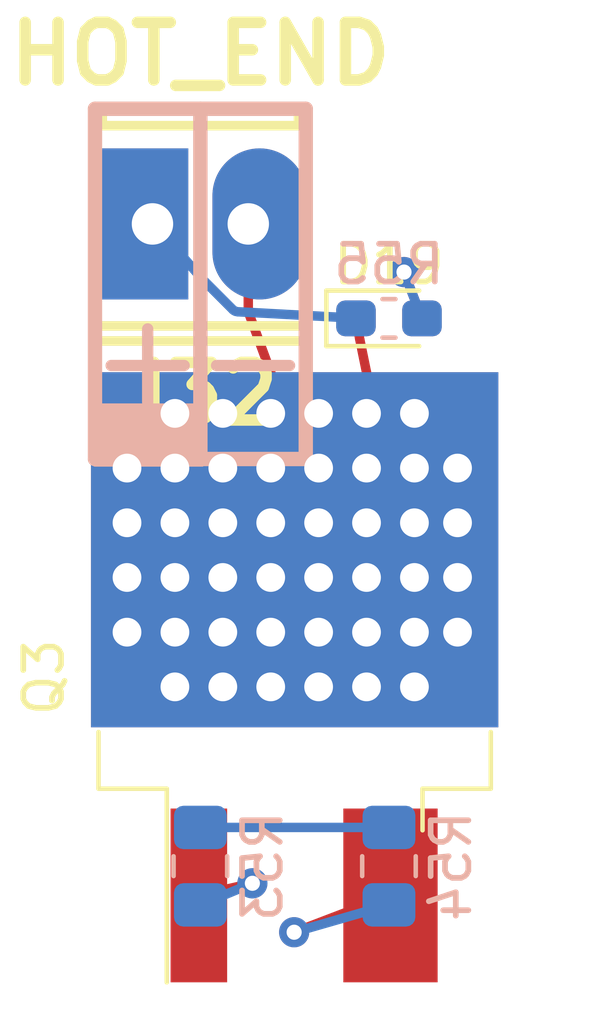
<source format=kicad_pcb>
(kicad_pcb (version 20171130) (host pcbnew 5.0.2-bee76a0~70~ubuntu18.04.1)

  (general
    (thickness 1.6)
    (drawings 0)
    (tracks 87)
    (zones 0)
    (modules 6)
    (nets 7)
  )

  (page A4)
  (layers
    (0 F.Cu signal)
    (31 B.Cu signal)
    (32 B.Adhes user)
    (33 F.Adhes user)
    (34 B.Paste user)
    (35 F.Paste user)
    (36 B.SilkS user)
    (37 F.SilkS user)
    (38 B.Mask user)
    (39 F.Mask user)
    (40 Dwgs.User user)
    (41 Cmts.User user)
    (42 Eco1.User user)
    (43 Eco2.User user)
    (44 Edge.Cuts user)
    (45 Margin user)
    (46 B.CrtYd user)
    (47 F.CrtYd user)
    (48 B.Fab user)
    (49 F.Fab user)
  )

  (setup
    (last_trace_width 0.25)
    (trace_clearance 0.2)
    (zone_clearance 0.508)
    (zone_45_only no)
    (trace_min 0.2)
    (segment_width 0.2)
    (edge_width 0.1)
    (via_size 0.8)
    (via_drill 0.4)
    (via_min_size 0.4)
    (via_min_drill 0.3)
    (uvia_size 0.3)
    (uvia_drill 0.1)
    (uvias_allowed no)
    (uvia_min_size 0.2)
    (uvia_min_drill 0.1)
    (pcb_text_width 0.3)
    (pcb_text_size 1.5 1.5)
    (mod_edge_width 0.15)
    (mod_text_size 1 1)
    (mod_text_width 0.15)
    (pad_size 1.5 1.5)
    (pad_drill 0.6)
    (pad_to_mask_clearance 0)
    (solder_mask_min_width 0.25)
    (aux_axis_origin 0 0)
    (visible_elements FFFFFF7F)
    (pcbplotparams
      (layerselection 0x010fc_ffffffff)
      (usegerberextensions false)
      (usegerberattributes false)
      (usegerberadvancedattributes false)
      (creategerberjobfile false)
      (excludeedgelayer true)
      (linewidth 0.100000)
      (plotframeref false)
      (viasonmask false)
      (mode 1)
      (useauxorigin false)
      (hpglpennumber 1)
      (hpglpenspeed 20)
      (hpglpendiameter 15.000000)
      (psnegative false)
      (psa4output false)
      (plotreference true)
      (plotvalue true)
      (plotinvisibletext false)
      (padsonsilk false)
      (subtractmaskfromsilk false)
      (outputformat 1)
      (mirror false)
      (drillshape 1)
      (scaleselection 1)
      (outputdirectory ""))
  )

  (net 0 "")
  (net 1 GND)
  (net 2 +12V)
  (net 3 "Net-(Q3-Pad1)")
  (net 4 "Net-(D19-Pad2)")
  (net 5 /-12V)
  (net 6 /EN2)

  (net_class Default "This is the default net class."
    (clearance 0.2)
    (trace_width 0.25)
    (via_dia 0.8)
    (via_drill 0.4)
    (uvia_dia 0.3)
    (uvia_drill 0.1)
    (add_net +12V)
    (add_net /-12V)
    (add_net /EN2)
    (add_net GND)
    (add_net "Net-(D19-Pad2)")
    (add_net "Net-(Q3-Pad1)")
  )

  (module footprint-lib:TO-263-2,thermal_vias (layer F.Cu) (tedit 5CC92939) (tstamp 5CC99F7E)
    (at 7 17.5 90)
    (descr "TO-263 / D2PAK / DDPAK SMD package, http://www.infineon.com/cms/en/product/packages/PG-TO263/PG-TO263-3-1/")
    (tags "D2PAK DDPAK TO-263 D2PAK-3 TO-263-3 SOT-404")
    (path /5CC2240F)
    (attr smd)
    (fp_text reference Q3 (at 0 -6.65 90) (layer F.SilkS)
      (effects (font (size 1 1) (thickness 0.15)))
    )
    (fp_text value STP55NF06 (at 0 6.65 90) (layer F.Fab)
      (effects (font (size 1 1) (thickness 0.15)))
    )
    (fp_text user %R (at 0 0 90) (layer F.Fab)
      (effects (font (size 1 1) (thickness 0.15)))
    )
    (fp_line (start 8.32 -5.65) (end -8.32 -5.65) (layer F.CrtYd) (width 0.05))
    (fp_line (start 8.32 5.65) (end 8.32 -5.65) (layer F.CrtYd) (width 0.05))
    (fp_line (start -8.32 5.65) (end 8.32 5.65) (layer F.CrtYd) (width 0.05))
    (fp_line (start -8.32 -5.65) (end -8.32 5.65) (layer F.CrtYd) (width 0.05))
    (fp_line (start -2.95 3.39) (end -4.05 3.39) (layer F.SilkS) (width 0.12))
    (fp_line (start -2.95 5.2) (end -2.95 3.39) (layer F.SilkS) (width 0.12))
    (fp_line (start -1.45 5.2) (end -2.95 5.2) (layer F.SilkS) (width 0.12))
    (fp_line (start -2.95 -3.39) (end -8.075 -3.39) (layer F.SilkS) (width 0.12))
    (fp_line (start -2.95 -5.2) (end -2.95 -3.39) (layer F.SilkS) (width 0.12))
    (fp_line (start -1.45 -5.2) (end -2.95 -5.2) (layer F.SilkS) (width 0.12))
    (fp_line (start -7.45 3.04) (end -2.75 3.04) (layer F.Fab) (width 0.1))
    (fp_line (start -7.45 2.04) (end -7.45 3.04) (layer F.Fab) (width 0.1))
    (fp_line (start -2.75 2.04) (end -7.45 2.04) (layer F.Fab) (width 0.1))
    (fp_line (start -7.45 -2.04) (end -2.75 -2.04) (layer F.Fab) (width 0.1))
    (fp_line (start -7.45 -3.04) (end -7.45 -2.04) (layer F.Fab) (width 0.1))
    (fp_line (start -2.75 -3.04) (end -7.45 -3.04) (layer F.Fab) (width 0.1))
    (fp_line (start -1.75 -5) (end 6.5 -5) (layer F.Fab) (width 0.1))
    (fp_line (start -2.75 -4) (end -1.75 -5) (layer F.Fab) (width 0.1))
    (fp_line (start -2.75 5) (end -2.75 -4) (layer F.Fab) (width 0.1))
    (fp_line (start 6.5 5) (end -2.75 5) (layer F.Fab) (width 0.1))
    (fp_line (start 4.825201 -5) (end 4.825201 5) (layer F.Fab) (width 0.1))
    (fp_line (start 7.5 5) (end 6.5 5) (layer F.Fab) (width 0.1))
    (fp_line (start 7.5 -5) (end 7.5 5) (layer F.Fab) (width 0.1))
    (fp_line (start 6.5 -5) (end 7.5 -5) (layer F.Fab) (width 0.1))
    (pad "" smd rect (at 0.95 2.775 90) (size 4.55 5.25) (layers F.Paste))
    (pad "" smd rect (at 5.8 -2.775 90) (size 4.55 5.25) (layers F.Paste))
    (pad "" smd rect (at 0.95 -2.775 90) (size 4.55 5.25) (layers F.Paste))
    (pad "" smd rect (at 5.8 2.775 90) (size 4.55 5.25) (layers F.Paste))
    (pad 2 smd rect (at 3.375 0 90) (size 9.4 10.8) (layers F.Cu F.Mask)
      (net 5 /-12V))
    (pad 3 smd rect (at -5.775 2.54 90) (size 4.6 2.5) (layers F.Cu F.Paste F.Mask)
      (net 1 GND))
    (pad 1 smd rect (at -5.775 -2.54 90) (size 4.6 1.5) (layers F.Cu F.Paste F.Mask)
      (net 3 "Net-(Q3-Pad1)"))
    (pad 2 smd rect (at 3.375 0 90) (size 9.4 10.8) (layers B.Cu F.Mask)
      (net 5 /-12V))
    (pad 2 thru_hole rect (at -0.254 -3.175 90) (size 1.524 1.524) (drill 0.762) (layers *.Cu *.Mask)
      (net 5 /-12V))
    (pad 2 thru_hole rect (at -0.254 -1.905 90) (size 1.524 1.524) (drill 0.762) (layers *.Cu *.Mask)
      (net 5 /-12V))
    (pad 2 thru_hole rect (at -0.254 -0.635 90) (size 1.524 1.524) (drill 0.762) (layers *.Cu *.Mask)
      (net 5 /-12V))
    (pad 2 thru_hole rect (at -0.254 0.635 90) (size 1.524 1.524) (drill 0.762) (layers *.Cu *.Mask)
      (net 5 /-12V))
    (pad 2 thru_hole rect (at -0.254 1.905 90) (size 1.524 1.524) (drill 0.762) (layers *.Cu *.Mask)
      (net 5 /-12V))
    (pad 2 thru_hole rect (at -0.254 3.175 90) (size 1.524 1.524) (drill 0.762) (layers *.Cu *.Mask)
      (net 5 /-12V))
    (pad 2 thru_hole rect (at 1.1938 3.175 90) (size 1.524 1.524) (drill 0.762) (layers *.Cu *.Mask)
      (net 5 /-12V))
    (pad 2 thru_hole rect (at 1.1938 0.635 90) (size 1.524 1.524) (drill 0.762) (layers *.Cu *.Mask)
      (net 5 /-12V))
    (pad 2 thru_hole rect (at 1.1938 -0.635 90) (size 1.524 1.524) (drill 0.762) (layers *.Cu *.Mask)
      (net 5 /-12V))
    (pad 2 thru_hole rect (at 1.1938 -3.175 90) (size 1.524 1.524) (drill 0.762) (layers *.Cu *.Mask)
      (net 5 /-12V))
    (pad 2 thru_hole rect (at 1.1938 1.905 90) (size 1.524 1.524) (drill 0.762) (layers *.Cu *.Mask)
      (net 5 /-12V))
    (pad 2 thru_hole rect (at 1.1938 -4.445 90) (size 1.524 1.524) (drill 0.762) (layers *.Cu *.Mask)
      (net 5 /-12V))
    (pad 2 thru_hole rect (at 1.1938 -1.905 90) (size 1.524 1.524) (drill 0.762) (layers *.Cu *.Mask)
      (net 5 /-12V))
    (pad 2 thru_hole rect (at 1.1938 4.318 90) (size 1.524 1.524) (drill 0.762) (layers *.Cu *.Mask)
      (net 5 /-12V))
    (pad 2 thru_hole rect (at 2.6416 3.175 90) (size 1.524 1.524) (drill 0.762) (layers *.Cu *.Mask)
      (net 5 /-12V))
    (pad 2 thru_hole rect (at 2.6416 0.635 90) (size 1.524 1.524) (drill 0.762) (layers *.Cu *.Mask)
      (net 5 /-12V))
    (pad 2 thru_hole rect (at 2.6416 -0.635 90) (size 1.524 1.524) (drill 0.762) (layers *.Cu *.Mask)
      (net 5 /-12V))
    (pad 2 thru_hole rect (at 2.6416 -3.175 90) (size 1.524 1.524) (drill 0.762) (layers *.Cu *.Mask)
      (net 5 /-12V))
    (pad 2 thru_hole rect (at 2.6416 1.905 90) (size 1.524 1.524) (drill 0.762) (layers *.Cu *.Mask)
      (net 5 /-12V))
    (pad 2 thru_hole rect (at 2.6416 -4.445 90) (size 1.524 1.524) (drill 0.762) (layers *.Cu *.Mask)
      (net 5 /-12V))
    (pad 2 thru_hole rect (at 2.6416 -1.905 90) (size 1.524 1.524) (drill 0.762) (layers *.Cu *.Mask)
      (net 5 /-12V))
    (pad 2 thru_hole rect (at 2.6416 4.318 90) (size 1.524 1.524) (drill 0.762) (layers *.Cu *.Mask)
      (net 5 /-12V))
    (pad 2 thru_hole rect (at 4.0894 3.175 90) (size 1.524 1.524) (drill 0.762) (layers *.Cu *.Mask)
      (net 5 /-12V))
    (pad 2 thru_hole rect (at 4.0894 0.635 90) (size 1.524 1.524) (drill 0.762) (layers *.Cu *.Mask)
      (net 5 /-12V))
    (pad 2 thru_hole rect (at 4.0894 -0.635 90) (size 1.524 1.524) (drill 0.762) (layers *.Cu *.Mask)
      (net 5 /-12V))
    (pad 2 thru_hole rect (at 4.0894 -3.175 90) (size 1.524 1.524) (drill 0.762) (layers *.Cu *.Mask)
      (net 5 /-12V))
    (pad 2 thru_hole rect (at 4.0894 1.905 90) (size 1.524 1.524) (drill 0.762) (layers *.Cu *.Mask)
      (net 5 /-12V))
    (pad 2 thru_hole rect (at 4.0894 -4.445 90) (size 1.524 1.524) (drill 0.762) (layers *.Cu *.Mask)
      (net 5 /-12V))
    (pad 2 thru_hole rect (at 4.0894 -1.905 90) (size 1.524 1.524) (drill 0.762) (layers *.Cu *.Mask)
      (net 5 /-12V))
    (pad 2 thru_hole rect (at 4.0894 4.318 90) (size 1.524 1.524) (drill 0.762) (layers *.Cu *.Mask)
      (net 5 /-12V))
    (pad 2 thru_hole rect (at 5.5372 3.175 90) (size 1.524 1.524) (drill 0.762) (layers *.Cu *.Mask)
      (net 5 /-12V))
    (pad 2 thru_hole rect (at 5.5372 0.635 90) (size 1.524 1.524) (drill 0.762) (layers *.Cu *.Mask)
      (net 5 /-12V))
    (pad 2 thru_hole rect (at 5.5372 -0.635 90) (size 1.524 1.524) (drill 0.762) (layers *.Cu *.Mask)
      (net 5 /-12V))
    (pad 2 thru_hole rect (at 5.5372 -3.175 90) (size 1.524 1.524) (drill 0.762) (layers *.Cu *.Mask)
      (net 5 /-12V))
    (pad 2 thru_hole rect (at 5.5372 1.905 90) (size 1.524 1.524) (drill 0.762) (layers *.Cu *.Mask)
      (net 5 /-12V))
    (pad 2 thru_hole rect (at 5.5372 -4.445 90) (size 1.524 1.524) (drill 0.762) (layers *.Cu *.Mask)
      (net 5 /-12V))
    (pad 2 thru_hole rect (at 5.5372 -1.905 90) (size 1.524 1.524) (drill 0.762) (layers *.Cu *.Mask)
      (net 5 /-12V))
    (pad 2 thru_hole rect (at 5.5372 4.318 90) (size 1.524 1.524) (drill 0.762) (layers *.Cu *.Mask)
      (net 5 /-12V))
    (pad 2 thru_hole rect (at 6.985 3.175 90) (size 1.524 1.524) (drill 0.762) (layers *.Cu *.Mask)
      (net 5 /-12V))
    (pad 2 thru_hole rect (at 6.985 0.635 90) (size 1.524 1.524) (drill 0.762) (layers *.Cu *.Mask)
      (net 5 /-12V))
    (pad 2 thru_hole rect (at 6.985 -0.635 90) (size 1.524 1.524) (drill 0.762) (layers *.Cu *.Mask)
      (net 5 /-12V))
    (pad 2 thru_hole rect (at 6.985 -3.175 90) (size 1.524 1.524) (drill 0.762) (layers *.Cu *.Mask)
      (net 5 /-12V))
    (pad 2 thru_hole rect (at 6.985 1.905 90) (size 1.524 1.524) (drill 0.762) (layers *.Cu *.Mask)
      (net 5 /-12V))
    (pad 2 thru_hole rect (at 6.985 -1.905 90) (size 1.524 1.524) (drill 0.762) (layers *.Cu *.Mask)
      (net 5 /-12V))
    (model ${KISYS3DMOD}/Package_TO_SOT_SMD.3dshapes/TO-263-2.wrl
      (at (xyz 0 0 0))
      (scale (xyz 1 1 1))
      (rotate (xyz 0 0 0))
    )
  )

  (module LED_SMD:LED_0603_1608Metric_Pad1.05x0.95mm_HandSolder (layer F.Cu) (tedit 5B4B45C9) (tstamp 5CCAA55F)
    (at 9.5 8)
    (descr "LED SMD 0603 (1608 Metric), square (rectangular) end terminal, IPC_7351 nominal, (Body size source: http://www.tortai-tech.com/upload/download/2011102023233369053.pdf), generated with kicad-footprint-generator")
    (tags "LED handsolder")
    (path /5CC2239F)
    (attr smd)
    (fp_text reference D19 (at 0 -1.43) (layer F.SilkS)
      (effects (font (size 1 1) (thickness 0.15)))
    )
    (fp_text value LED_RED,0603 (at 0 1.43) (layer F.Fab)
      (effects (font (size 1 1) (thickness 0.15)))
    )
    (fp_text user %R (at 0 0) (layer F.Fab)
      (effects (font (size 0.4 0.4) (thickness 0.06)))
    )
    (fp_line (start 1.65 0.73) (end -1.65 0.73) (layer F.CrtYd) (width 0.05))
    (fp_line (start 1.65 -0.73) (end 1.65 0.73) (layer F.CrtYd) (width 0.05))
    (fp_line (start -1.65 -0.73) (end 1.65 -0.73) (layer F.CrtYd) (width 0.05))
    (fp_line (start -1.65 0.73) (end -1.65 -0.73) (layer F.CrtYd) (width 0.05))
    (fp_line (start -1.66 0.735) (end 0.8 0.735) (layer F.SilkS) (width 0.12))
    (fp_line (start -1.66 -0.735) (end -1.66 0.735) (layer F.SilkS) (width 0.12))
    (fp_line (start 0.8 -0.735) (end -1.66 -0.735) (layer F.SilkS) (width 0.12))
    (fp_line (start 0.8 0.4) (end 0.8 -0.4) (layer F.Fab) (width 0.1))
    (fp_line (start -0.8 0.4) (end 0.8 0.4) (layer F.Fab) (width 0.1))
    (fp_line (start -0.8 -0.1) (end -0.8 0.4) (layer F.Fab) (width 0.1))
    (fp_line (start -0.5 -0.4) (end -0.8 -0.1) (layer F.Fab) (width 0.1))
    (fp_line (start 0.8 -0.4) (end -0.5 -0.4) (layer F.Fab) (width 0.1))
    (pad 2 smd roundrect (at 0.875 0) (size 1.05 0.95) (layers F.Cu F.Paste F.Mask) (roundrect_rratio 0.25)
      (net 4 "Net-(D19-Pad2)"))
    (pad 1 smd roundrect (at -0.875 0) (size 1.05 0.95) (layers F.Cu F.Paste F.Mask) (roundrect_rratio 0.25)
      (net 5 /-12V))
    (model ${KISYS3DMOD}/LED_SMD.3dshapes/LED_0603_1608Metric.wrl
      (at (xyz 0 0 0))
      (scale (xyz 1 1 1))
      (rotate (xyz 0 0 0))
    )
  )

  (module Resistor_SMD:R_0603_1608Metric_Pad1.05x0.95mm_HandSolder (layer B.Cu) (tedit 5B301BBD) (tstamp 5CCAA2BD)
    (at 9.5 8 180)
    (descr "Resistor SMD 0603 (1608 Metric), square (rectangular) end terminal, IPC_7351 nominal with elongated pad for handsoldering. (Body size source: http://www.tortai-tech.com/upload/download/2011102023233369053.pdf), generated with kicad-footprint-generator")
    (tags "resistor handsolder")
    (path /5CC19EDC)
    (attr smd)
    (fp_text reference R55 (at 0 1.43 180) (layer B.SilkS)
      (effects (font (size 1 1) (thickness 0.15)) (justify mirror))
    )
    (fp_text value R182,0603 (at 0 -1.43 180) (layer B.Fab)
      (effects (font (size 1 1) (thickness 0.15)) (justify mirror))
    )
    (fp_text user %R (at 0 0 180) (layer B.Fab)
      (effects (font (size 0.4 0.4) (thickness 0.06)) (justify mirror))
    )
    (fp_line (start 1.65 -0.73) (end -1.65 -0.73) (layer B.CrtYd) (width 0.05))
    (fp_line (start 1.65 0.73) (end 1.65 -0.73) (layer B.CrtYd) (width 0.05))
    (fp_line (start -1.65 0.73) (end 1.65 0.73) (layer B.CrtYd) (width 0.05))
    (fp_line (start -1.65 -0.73) (end -1.65 0.73) (layer B.CrtYd) (width 0.05))
    (fp_line (start -0.171267 -0.51) (end 0.171267 -0.51) (layer B.SilkS) (width 0.12))
    (fp_line (start -0.171267 0.51) (end 0.171267 0.51) (layer B.SilkS) (width 0.12))
    (fp_line (start 0.8 -0.4) (end -0.8 -0.4) (layer B.Fab) (width 0.1))
    (fp_line (start 0.8 0.4) (end 0.8 -0.4) (layer B.Fab) (width 0.1))
    (fp_line (start -0.8 0.4) (end 0.8 0.4) (layer B.Fab) (width 0.1))
    (fp_line (start -0.8 -0.4) (end -0.8 0.4) (layer B.Fab) (width 0.1))
    (pad 2 smd roundrect (at 0.875 0 180) (size 1.05 0.95) (layers B.Cu B.Paste B.Mask) (roundrect_rratio 0.25)
      (net 2 +12V))
    (pad 1 smd roundrect (at -0.875 0 180) (size 1.05 0.95) (layers B.Cu B.Paste B.Mask) (roundrect_rratio 0.25)
      (net 4 "Net-(D19-Pad2)"))
    (model ${KISYS3DMOD}/Resistor_SMD.3dshapes/R_0603_1608Metric.wrl
      (at (xyz 0 0 0))
      (scale (xyz 1 1 1))
      (rotate (xyz 0 0 0))
    )
  )

  (module Resistor_SMD:R_0805_2012Metric_Pad1.15x1.40mm_HandSolder (layer B.Cu) (tedit 5B36C52B) (tstamp 5CCA9F05)
    (at 9.5 22.5 90)
    (descr "Resistor SMD 0805 (2012 Metric), square (rectangular) end terminal, IPC_7351 nominal with elongated pad for handsoldering. (Body size source: https://docs.google.com/spreadsheets/d/1BsfQQcO9C6DZCsRaXUlFlo91Tg2WpOkGARC1WS5S8t0/edit?usp=sharing), generated with kicad-footprint-generator")
    (tags "resistor handsolder")
    (path /5CC2239C)
    (attr smd)
    (fp_text reference R54 (at 0 1.65 90) (layer B.SilkS)
      (effects (font (size 1 1) (thickness 0.15)) (justify mirror))
    )
    (fp_text value R104,0805 (at 0 -1.65 90) (layer B.Fab)
      (effects (font (size 1 1) (thickness 0.15)) (justify mirror))
    )
    (fp_text user %R (at 0 0 90) (layer B.Fab)
      (effects (font (size 0.5 0.5) (thickness 0.08)) (justify mirror))
    )
    (fp_line (start 1.85 -0.95) (end -1.85 -0.95) (layer B.CrtYd) (width 0.05))
    (fp_line (start 1.85 0.95) (end 1.85 -0.95) (layer B.CrtYd) (width 0.05))
    (fp_line (start -1.85 0.95) (end 1.85 0.95) (layer B.CrtYd) (width 0.05))
    (fp_line (start -1.85 -0.95) (end -1.85 0.95) (layer B.CrtYd) (width 0.05))
    (fp_line (start -0.261252 -0.71) (end 0.261252 -0.71) (layer B.SilkS) (width 0.12))
    (fp_line (start -0.261252 0.71) (end 0.261252 0.71) (layer B.SilkS) (width 0.12))
    (fp_line (start 1 -0.6) (end -1 -0.6) (layer B.Fab) (width 0.1))
    (fp_line (start 1 0.6) (end 1 -0.6) (layer B.Fab) (width 0.1))
    (fp_line (start -1 0.6) (end 1 0.6) (layer B.Fab) (width 0.1))
    (fp_line (start -1 -0.6) (end -1 0.6) (layer B.Fab) (width 0.1))
    (pad 2 smd roundrect (at 1.025 0 90) (size 1.15 1.4) (layers B.Cu B.Paste B.Mask) (roundrect_rratio 0.217391)
      (net 6 /EN2))
    (pad 1 smd roundrect (at -1.025 0 90) (size 1.15 1.4) (layers B.Cu B.Paste B.Mask) (roundrect_rratio 0.217391)
      (net 1 GND))
    (model ${KISYS3DMOD}/Resistor_SMD.3dshapes/R_0805_2012Metric.wrl
      (at (xyz 0 0 0))
      (scale (xyz 1 1 1))
      (rotate (xyz 0 0 0))
    )
  )

  (module Resistor_SMD:R_0805_2012Metric_Pad1.15x1.40mm_HandSolder (layer B.Cu) (tedit 5B36C52B) (tstamp 5CCA9E8E)
    (at 4.5 22.5 90)
    (descr "Resistor SMD 0805 (2012 Metric), square (rectangular) end terminal, IPC_7351 nominal with elongated pad for handsoldering. (Body size source: https://docs.google.com/spreadsheets/d/1BsfQQcO9C6DZCsRaXUlFlo91Tg2WpOkGARC1WS5S8t0/edit?usp=sharing), generated with kicad-footprint-generator")
    (tags "resistor handsolder")
    (path /5CC2239B)
    (attr smd)
    (fp_text reference R53 (at 0 1.65 90) (layer B.SilkS)
      (effects (font (size 1 1) (thickness 0.15)) (justify mirror))
    )
    (fp_text value R100,0805 (at 0 -1.65 90) (layer B.Fab)
      (effects (font (size 1 1) (thickness 0.15)) (justify mirror))
    )
    (fp_line (start -1 -0.6) (end -1 0.6) (layer B.Fab) (width 0.1))
    (fp_line (start -1 0.6) (end 1 0.6) (layer B.Fab) (width 0.1))
    (fp_line (start 1 0.6) (end 1 -0.6) (layer B.Fab) (width 0.1))
    (fp_line (start 1 -0.6) (end -1 -0.6) (layer B.Fab) (width 0.1))
    (fp_line (start -0.261252 0.71) (end 0.261252 0.71) (layer B.SilkS) (width 0.12))
    (fp_line (start -0.261252 -0.71) (end 0.261252 -0.71) (layer B.SilkS) (width 0.12))
    (fp_line (start -1.85 -0.95) (end -1.85 0.95) (layer B.CrtYd) (width 0.05))
    (fp_line (start -1.85 0.95) (end 1.85 0.95) (layer B.CrtYd) (width 0.05))
    (fp_line (start 1.85 0.95) (end 1.85 -0.95) (layer B.CrtYd) (width 0.05))
    (fp_line (start 1.85 -0.95) (end -1.85 -0.95) (layer B.CrtYd) (width 0.05))
    (fp_text user %R (at 0 0 90) (layer B.Fab)
      (effects (font (size 0.5 0.5) (thickness 0.08)) (justify mirror))
    )
    (pad 1 smd roundrect (at -1.025 0 90) (size 1.15 1.4) (layers B.Cu B.Paste B.Mask) (roundrect_rratio 0.217391)
      (net 3 "Net-(Q3-Pad1)"))
    (pad 2 smd roundrect (at 1.025 0 90) (size 1.15 1.4) (layers B.Cu B.Paste B.Mask) (roundrect_rratio 0.217391)
      (net 6 /EN2))
    (model ${KISYS3DMOD}/Resistor_SMD.3dshapes/R_0805_2012Metric.wrl
      (at (xyz 0 0 0))
      (scale (xyz 1 1 1))
      (rotate (xyz 0 0 0))
    )
  )

  (module footprint-lib:mpt_0,5%2f2-2,54,heatbed (layer F.Cu) (tedit 5CC1F5F6) (tstamp 5CCA992C)
    (at 4.5 5.5 180)
    (descr "2-way 2.54mm pitch terminal block, Phoenix MPT series")
    (path /5CC22399)
    (fp_text reference J32 (at 0 -4.50088 180) (layer F.SilkS)
      (effects (font (size 1.524 1.524) (thickness 0.3048)))
    )
    (fp_text value HOT_END (at 0 4.50088 180) (layer F.SilkS)
      (effects (font (size 1.524 1.524) (thickness 0.3048)))
    )
    (fp_line (start 2.79908 2.60096) (end -2.79908 2.60096) (layer F.SilkS) (width 0.254))
    (fp_line (start -2.60096 3.0988) (end -2.60096 2.60096) (layer F.SilkS) (width 0.254))
    (fp_line (start 2.60096 2.60096) (end 2.60096 3.0988) (layer F.SilkS) (width 0.254))
    (fp_line (start 0 3.0988) (end 0 2.60096) (layer F.SilkS) (width 0.254))
    (fp_line (start -2.79908 -2.70002) (end 2.79908 -2.70002) (layer F.SilkS) (width 0.254))
    (fp_line (start -2.79908 3.0988) (end 2.79908 3.0988) (layer F.SilkS) (width 0.254))
    (fp_line (start 2.79908 3.0988) (end 2.79908 -3.0988) (layer F.SilkS) (width 0.254))
    (fp_line (start 2.79908 -3.0988) (end -2.79908 -3.0988) (layer F.SilkS) (width 0.254))
    (fp_line (start -2.79908 -3.0988) (end -2.79908 3.0988) (layer F.SilkS) (width 0.254))
    (fp_line (start -2.794 -6.223) (end -2.794 3.048) (layer B.SilkS) (width 0.381))
    (fp_line (start -2.794 3.048) (end 2.794 3.048) (layer B.SilkS) (width 0.381))
    (fp_line (start 2.794 3.048) (end 2.794 -6.223) (layer B.SilkS) (width 0.381))
    (fp_line (start 2.794 -6.223) (end -2.794 -6.223) (layer B.SilkS) (width 0.381))
    (fp_line (start 0 -6.223) (end 0 3.048) (layer B.SilkS) (width 0.381))
    (fp_poly (pts (xy 0 -6.35) (xy 0 -4.826) (xy 2.794 -4.826) (xy 2.794 -6.35)) (layer B.SilkS) (width 0.15))
    (fp_text user + (at 1.397 -3.556 180) (layer B.SilkS)
      (effects (font (size 2.54 2.54) (thickness 0.3)) (justify mirror))
    )
    (fp_text user - (at -1.397 -3.556 180) (layer B.SilkS)
      (effects (font (size 2.54 2.54) (thickness 0.3)) (justify mirror))
    )
    (pad 2 thru_hole oval (at -1.27 0 180) (size 2.5 3.99898) (drill 1.09728 (offset -0.3 0)) (layers *.Cu *.Mask)
      (net 5 /-12V))
    (pad 1 thru_hole rect (at 1.27 0 180) (size 2.5 3.99898) (drill 1.09728 (offset 0.3 0)) (layers *.Cu *.Mask)
      (net 2 +12V))
    (model ${HOME}/_workspace/kicad/kicad_library/smisioto-footprints/modules/packages3d/walter/conn_mpt/mpt_0,5-2-2,54.wrl
      (at (xyz 0 0 0))
      (scale (xyz 1 1 1))
      (rotate (xyz 0 0 0))
    )
  )

  (segment (start 6.9861 24.249) (end 9.5 23.525) (width 0.25) (layer B.Cu) (net 1))
  (segment (start 9.54 23.275) (end 6.9861 24.249) (width 0.25) (layer F.Cu) (net 1))
  (via (at 6.9861 24.249) (size 0.8) (layers F.Cu B.Cu) (net 1))
  (segment (start 3.23 5.5) (end 3.6931 5.9825) (width 0.25) (layer B.Cu) (net 2))
  (segment (start 3.6931 5.9825) (end 4.5477 6.9551) (width 0.25) (layer B.Cu) (net 2))
  (segment (start 4.5477 6.9551) (end 5.3633 7.7707) (width 0.25) (layer B.Cu) (net 2))
  (segment (start 5.3633 7.7707) (end 5.3903 7.7907) (width 0.25) (layer B.Cu) (net 2))
  (segment (start 5.3903 7.7907) (end 5.4343 7.8142) (width 0.25) (layer B.Cu) (net 2))
  (segment (start 5.4343 7.8142) (end 5.4874 7.8248) (width 0.25) (layer B.Cu) (net 2))
  (segment (start 5.4874 7.8248) (end 8.4316 7.9843) (width 0.25) (layer B.Cu) (net 2))
  (segment (start 8.4316 7.9843) (end 8.625 8) (width 0.25) (layer B.Cu) (net 2))
  (segment (start 5.8788 22.9536) (end 4.5 23.525) (width 0.25) (layer B.Cu) (net 3))
  (segment (start 4.46 23.275) (end 5.8788 22.9536) (width 0.25) (layer F.Cu) (net 3))
  (via (at 5.8788 22.9536) (size 0.8) (layers F.Cu B.Cu) (net 3))
  (segment (start 9.8986 6.7745) (end 10.375 8) (width 0.25) (layer F.Cu) (net 4))
  (segment (start 10.375 8) (end 9.8986 6.7745) (width 0.25) (layer B.Cu) (net 4))
  (via (at 9.8986 6.7745) (size 0.8) (layers F.Cu B.Cu) (net 4))
  (segment (start 7 14.125) (end 6.5274 13.602) (width 0.25) (layer B.Cu) (net 5))
  (segment (start 6.5274 13.602) (end 6.365 13.4106) (width 0.25) (layer B.Cu) (net 5))
  (segment (start 7 14.8584) (end 7 14.125) (width 0.25) (layer B.Cu) (net 5))
  (segment (start 5.095 13.4106) (end 6.365 13.4106) (width 0.25) (layer B.Cu) (net 5))
  (segment (start 5.095 13.4106) (end 3.825 13.4106) (width 0.25) (layer B.Cu) (net 5))
  (segment (start 8.905 10.515) (end 8.905 9.4277) (width 0.25) (layer F.Cu) (net 5))
  (segment (start 10.175 10.515) (end 8.905 10.515) (width 0.25) (layer F.Cu) (net 5))
  (segment (start 8.905 9.4277) (end 8.7231 8.5403) (width 0.25) (layer F.Cu) (net 5))
  (segment (start 8.7231 8.5403) (end 8.625 8) (width 0.25) (layer F.Cu) (net 5))
  (segment (start 8.905 13.4106) (end 7.8177 13.4106) (width 0.25) (layer B.Cu) (net 5))
  (segment (start 7 14.8584) (end 6.365 14.8584) (width 0.25) (layer B.Cu) (net 5))
  (segment (start 7.635 14.8584) (end 7 14.8584) (width 0.25) (layer B.Cu) (net 5))
  (segment (start 7.8177 13.4106) (end 7.8177 13.4109) (width 0.25) (layer B.Cu) (net 5))
  (segment (start 7.8177 13.4109) (end 7.635 13.4106) (width 0.25) (layer B.Cu) (net 5))
  (segment (start 7.635 13.4106) (end 7 14.125) (width 0.25) (layer F.Cu) (net 5))
  (segment (start 6.365 13.4106) (end 7 14.125) (width 0.25) (layer F.Cu) (net 5))
  (segment (start 5.5431 11.8724) (end 5.5431 11.8725) (width 0.25) (layer F.Cu) (net 5))
  (segment (start 5.5431 11.8725) (end 5.543 11.8726) (width 0.25) (layer F.Cu) (net 5))
  (segment (start 5.543 11.8726) (end 5.5005 11.8837) (width 0.25) (layer F.Cu) (net 5))
  (segment (start 5.5005 11.8837) (end 5.095 11.9628) (width 0.25) (layer F.Cu) (net 5))
  (segment (start 6.365 11.9628) (end 6.3342 11.9628) (width 0.25) (layer F.Cu) (net 5))
  (segment (start 6.3342 11.9628) (end 6.019 11.9198) (width 0.25) (layer F.Cu) (net 5))
  (segment (start 6.019 11.9198) (end 5.5432 11.8724) (width 0.25) (layer F.Cu) (net 5))
  (segment (start 5.5432 11.8724) (end 5.5431 11.8724) (width 0.25) (layer F.Cu) (net 5))
  (segment (start 5.5431 11.8724) (end 5.095 11.6023) (width 0.25) (layer F.Cu) (net 5))
  (segment (start 5.095 10.515) (end 6.1823 10.515) (width 0.25) (layer F.Cu) (net 5))
  (segment (start 5.095 10.515) (end 5.095 11.6023) (width 0.25) (layer F.Cu) (net 5))
  (segment (start 6.365 9.9713) (end 6.1978 10.4632) (width 0.25) (layer F.Cu) (net 5))
  (segment (start 6.1978 10.4632) (end 6.1823 10.515) (width 0.25) (layer F.Cu) (net 5))
  (segment (start 6.365 9.9713) (end 6.365 9.4277) (width 0.25) (layer F.Cu) (net 5))
  (segment (start 6.365 10.515) (end 6.365 9.9713) (width 0.25) (layer F.Cu) (net 5))
  (segment (start 5.77 5.5) (end 5.77 7.8248) (width 0.25) (layer F.Cu) (net 5))
  (segment (start 5.77 7.8248) (end 6.363 9.423) (width 0.25) (layer F.Cu) (net 5))
  (segment (start 6.363 9.423) (end 6.365 9.4277) (width 0.25) (layer F.Cu) (net 5))
  (segment (start 10.175 14.8584) (end 11.318 14.8584) (width 0.25) (layer B.Cu) (net 5))
  (segment (start 8.905 14.8584) (end 10.175 14.8584) (width 0.25) (layer B.Cu) (net 5))
  (segment (start 3.825 10.515) (end 5.095 10.515) (width 0.25) (layer B.Cu) (net 5))
  (segment (start 5.095 14.8584) (end 4.0077 14.8584) (width 0.25) (layer B.Cu) (net 5))
  (segment (start 2.555 14.8584) (end 3.825 14.8584) (width 0.25) (layer B.Cu) (net 5))
  (segment (start 4.0077 14.8584) (end 4.0077 14.8585) (width 0.25) (layer B.Cu) (net 5))
  (segment (start 4.0077 14.8585) (end 3.825 14.8584) (width 0.25) (layer B.Cu) (net 5))
  (segment (start 3.825 16.3062) (end 2.555 16.3062) (width 0.25) (layer B.Cu) (net 5))
  (segment (start 5.095 16.3062) (end 3.825 16.3062) (width 0.25) (layer B.Cu) (net 5))
  (segment (start 8.905 14.8584) (end 7.635 14.8584) (width 0.25) (layer B.Cu) (net 5))
  (segment (start 11.318 11.9628) (end 11.318 13.4106) (width 0.25) (layer F.Cu) (net 5))
  (segment (start 5.095 17.754) (end 5.095 16.3062) (width 0.25) (layer F.Cu) (net 5))
  (segment (start 5.095 17.754) (end 3.825 17.754) (width 0.25) (layer B.Cu) (net 5))
  (segment (start 6.365 17.754) (end 5.095 17.754) (width 0.25) (layer B.Cu) (net 5))
  (segment (start 7.635 17.754) (end 6.365 17.754) (width 0.25) (layer B.Cu) (net 5))
  (segment (start 8.905 17.754) (end 7.635 17.754) (width 0.25) (layer B.Cu) (net 5))
  (segment (start 10.175 17.754) (end 8.905 17.754) (width 0.25) (layer B.Cu) (net 5))
  (segment (start 11.318 16.3062) (end 11.318 14.8584) (width 0.25) (layer F.Cu) (net 5))
  (segment (start 8.905 16.3062) (end 10.175 16.3062) (width 0.25) (layer B.Cu) (net 5))
  (segment (start 8.905 16.3062) (end 7.635 16.3062) (width 0.25) (layer B.Cu) (net 5))
  (segment (start 6.365 16.3062) (end 7.635 16.3062) (width 0.25) (layer B.Cu) (net 5))
  (segment (start 5.095 16.3062) (end 6.365 16.3062) (width 0.25) (layer B.Cu) (net 5))
  (segment (start 11.318 16.3062) (end 10.175 16.3062) (width 0.25) (layer B.Cu) (net 5))
  (segment (start 6.365 14.8584) (end 5.095 14.8584) (width 0.25) (layer B.Cu) (net 5))
  (segment (start 10.175 13.4106) (end 8.905 13.4106) (width 0.25) (layer B.Cu) (net 5))
  (segment (start 11.318 13.4106) (end 10.175 13.4106) (width 0.25) (layer B.Cu) (net 5))
  (segment (start 2.555 13.4106) (end 3.825 13.4106) (width 0.25) (layer B.Cu) (net 5))
  (segment (start 10.175 11.9628) (end 8.905 11.9628) (width 0.25) (layer B.Cu) (net 5))
  (segment (start 11.318 11.9628) (end 10.175 11.9628) (width 0.25) (layer B.Cu) (net 5))
  (segment (start 6.365 11.9628) (end 7.635 11.9628) (width 0.25) (layer B.Cu) (net 5))
  (segment (start 5.095 11.9628) (end 3.825 11.9628) (width 0.25) (layer B.Cu) (net 5))
  (segment (start 8.905 11.9628) (end 7.635 11.9628) (width 0.25) (layer B.Cu) (net 5))
  (segment (start 2.555 11.9628) (end 3.825 11.9628) (width 0.25) (layer B.Cu) (net 5))
  (segment (start 7.635 10.515) (end 6.365 10.515) (width 0.25) (layer B.Cu) (net 5))
  (segment (start 8.905 10.515) (end 7.635 10.515) (width 0.25) (layer B.Cu) (net 5))
  (segment (start 4.5 21.475) (end 9.5 21.475) (width 0.25) (layer B.Cu) (net 6))

)

</source>
